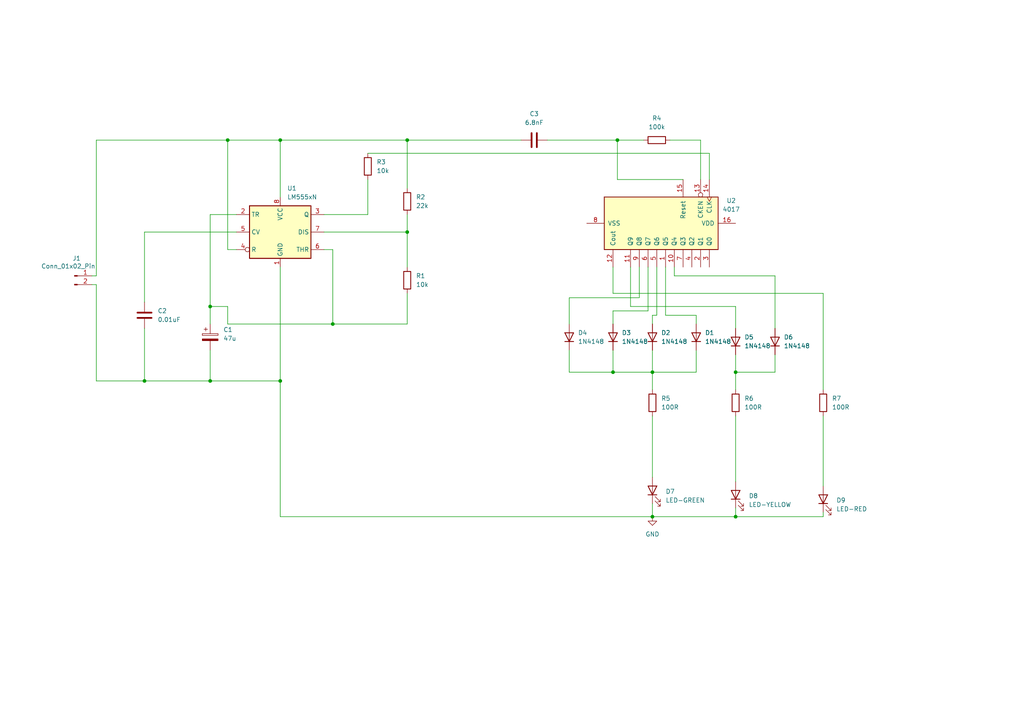
<source format=kicad_sch>
(kicad_sch
	(version 20231120)
	(generator "eeschema")
	(generator_version "8.0")
	(uuid "306c02bd-6704-4a19-8017-513c7800e783")
	(paper "A4")
	(lib_symbols
		(symbol "4xxx:4017"
			(pin_names
				(offset 1.016)
			)
			(exclude_from_sim no)
			(in_bom yes)
			(on_board yes)
			(property "Reference" "U"
				(at -7.62 16.51 0)
				(effects
					(font
						(size 1.27 1.27)
					)
				)
			)
			(property "Value" "4017"
				(at -7.62 -19.05 0)
				(effects
					(font
						(size 1.27 1.27)
					)
				)
			)
			(property "Footprint" ""
				(at 0 0 0)
				(effects
					(font
						(size 1.27 1.27)
					)
					(hide yes)
				)
			)
			(property "Datasheet" "http://www.intersil.com/content/dam/Intersil/documents/cd40/cd4017bms-22bms.pdf"
				(at 0 0 0)
				(effects
					(font
						(size 1.27 1.27)
					)
					(hide yes)
				)
			)
			(property "Description" "Johnson Counter ( 10 outputs )"
				(at 0 0 0)
				(effects
					(font
						(size 1.27 1.27)
					)
					(hide yes)
				)
			)
			(property "ki_locked" ""
				(at 0 0 0)
				(effects
					(font
						(size 1.27 1.27)
					)
				)
			)
			(property "ki_keywords" "CNT CNT10"
				(at 0 0 0)
				(effects
					(font
						(size 1.27 1.27)
					)
					(hide yes)
				)
			)
			(property "ki_fp_filters" "DIP?16*"
				(at 0 0 0)
				(effects
					(font
						(size 1.27 1.27)
					)
					(hide yes)
				)
			)
			(symbol "4017_1_0"
				(pin output line
					(at 12.7 0 180)
					(length 5.08)
					(name "Q5"
						(effects
							(font
								(size 1.27 1.27)
							)
						)
					)
					(number "1"
						(effects
							(font
								(size 1.27 1.27)
							)
						)
					)
				)
				(pin output line
					(at 12.7 2.54 180)
					(length 5.08)
					(name "Q4"
						(effects
							(font
								(size 1.27 1.27)
							)
						)
					)
					(number "10"
						(effects
							(font
								(size 1.27 1.27)
							)
						)
					)
				)
				(pin output line
					(at 12.7 -10.16 180)
					(length 5.08)
					(name "Q9"
						(effects
							(font
								(size 1.27 1.27)
							)
						)
					)
					(number "11"
						(effects
							(font
								(size 1.27 1.27)
							)
						)
					)
				)
				(pin output line
					(at 12.7 -15.24 180)
					(length 5.08)
					(name "Cout"
						(effects
							(font
								(size 1.27 1.27)
							)
						)
					)
					(number "12"
						(effects
							(font
								(size 1.27 1.27)
							)
						)
					)
				)
				(pin input inverted
					(at -12.7 10.16 0)
					(length 5.08)
					(name "CKEN"
						(effects
							(font
								(size 1.27 1.27)
							)
						)
					)
					(number "13"
						(effects
							(font
								(size 1.27 1.27)
							)
						)
					)
				)
				(pin input clock
					(at -12.7 12.7 0)
					(length 5.08)
					(name "CLK"
						(effects
							(font
								(size 1.27 1.27)
							)
						)
					)
					(number "14"
						(effects
							(font
								(size 1.27 1.27)
							)
						)
					)
				)
				(pin input line
					(at -12.7 5.08 0)
					(length 5.08)
					(name "Reset"
						(effects
							(font
								(size 1.27 1.27)
							)
						)
					)
					(number "15"
						(effects
							(font
								(size 1.27 1.27)
							)
						)
					)
				)
				(pin power_in line
					(at 0 20.32 270)
					(length 5.08)
					(name "VDD"
						(effects
							(font
								(size 1.27 1.27)
							)
						)
					)
					(number "16"
						(effects
							(font
								(size 1.27 1.27)
							)
						)
					)
				)
				(pin output line
					(at 12.7 10.16 180)
					(length 5.08)
					(name "Q1"
						(effects
							(font
								(size 1.27 1.27)
							)
						)
					)
					(number "2"
						(effects
							(font
								(size 1.27 1.27)
							)
						)
					)
				)
				(pin output line
					(at 12.7 12.7 180)
					(length 5.08)
					(name "Q0"
						(effects
							(font
								(size 1.27 1.27)
							)
						)
					)
					(number "3"
						(effects
							(font
								(size 1.27 1.27)
							)
						)
					)
				)
				(pin output line
					(at 12.7 7.62 180)
					(length 5.08)
					(name "Q2"
						(effects
							(font
								(size 1.27 1.27)
							)
						)
					)
					(number "4"
						(effects
							(font
								(size 1.27 1.27)
							)
						)
					)
				)
				(pin output line
					(at 12.7 -2.54 180)
					(length 5.08)
					(name "Q6"
						(effects
							(font
								(size 1.27 1.27)
							)
						)
					)
					(number "5"
						(effects
							(font
								(size 1.27 1.27)
							)
						)
					)
				)
				(pin output line
					(at 12.7 -5.08 180)
					(length 5.08)
					(name "Q7"
						(effects
							(font
								(size 1.27 1.27)
							)
						)
					)
					(number "6"
						(effects
							(font
								(size 1.27 1.27)
							)
						)
					)
				)
				(pin output line
					(at 12.7 5.08 180)
					(length 5.08)
					(name "Q3"
						(effects
							(font
								(size 1.27 1.27)
							)
						)
					)
					(number "7"
						(effects
							(font
								(size 1.27 1.27)
							)
						)
					)
				)
				(pin power_in line
					(at 0 -22.86 90)
					(length 5.08)
					(name "VSS"
						(effects
							(font
								(size 1.27 1.27)
							)
						)
					)
					(number "8"
						(effects
							(font
								(size 1.27 1.27)
							)
						)
					)
				)
				(pin output line
					(at 12.7 -7.62 180)
					(length 5.08)
					(name "Q8"
						(effects
							(font
								(size 1.27 1.27)
							)
						)
					)
					(number "9"
						(effects
							(font
								(size 1.27 1.27)
							)
						)
					)
				)
			)
			(symbol "4017_1_1"
				(rectangle
					(start -7.62 15.24)
					(end 7.62 -17.78)
					(stroke
						(width 0.254)
						(type default)
					)
					(fill
						(type background)
					)
				)
			)
		)
		(symbol "Connector:Conn_01x02_Pin"
			(pin_names
				(offset 1.016) hide)
			(exclude_from_sim no)
			(in_bom yes)
			(on_board yes)
			(property "Reference" "J"
				(at 0 2.54 0)
				(effects
					(font
						(size 1.27 1.27)
					)
				)
			)
			(property "Value" "Conn_01x02_Pin"
				(at 0 -5.08 0)
				(effects
					(font
						(size 1.27 1.27)
					)
				)
			)
			(property "Footprint" ""
				(at 0 0 0)
				(effects
					(font
						(size 1.27 1.27)
					)
					(hide yes)
				)
			)
			(property "Datasheet" "~"
				(at 0 0 0)
				(effects
					(font
						(size 1.27 1.27)
					)
					(hide yes)
				)
			)
			(property "Description" "Generic connector, single row, 01x02, script generated"
				(at 0 0 0)
				(effects
					(font
						(size 1.27 1.27)
					)
					(hide yes)
				)
			)
			(property "ki_locked" ""
				(at 0 0 0)
				(effects
					(font
						(size 1.27 1.27)
					)
				)
			)
			(property "ki_keywords" "connector"
				(at 0 0 0)
				(effects
					(font
						(size 1.27 1.27)
					)
					(hide yes)
				)
			)
			(property "ki_fp_filters" "Connector*:*_1x??_*"
				(at 0 0 0)
				(effects
					(font
						(size 1.27 1.27)
					)
					(hide yes)
				)
			)
			(symbol "Conn_01x02_Pin_1_1"
				(polyline
					(pts
						(xy 1.27 -2.54) (xy 0.8636 -2.54)
					)
					(stroke
						(width 0.1524)
						(type default)
					)
					(fill
						(type none)
					)
				)
				(polyline
					(pts
						(xy 1.27 0) (xy 0.8636 0)
					)
					(stroke
						(width 0.1524)
						(type default)
					)
					(fill
						(type none)
					)
				)
				(rectangle
					(start 0.8636 -2.413)
					(end 0 -2.667)
					(stroke
						(width 0.1524)
						(type default)
					)
					(fill
						(type outline)
					)
				)
				(rectangle
					(start 0.8636 0.127)
					(end 0 -0.127)
					(stroke
						(width 0.1524)
						(type default)
					)
					(fill
						(type outline)
					)
				)
				(pin passive line
					(at 5.08 0 180)
					(length 3.81)
					(name "Pin_1"
						(effects
							(font
								(size 1.27 1.27)
							)
						)
					)
					(number "1"
						(effects
							(font
								(size 1.27 1.27)
							)
						)
					)
				)
				(pin passive line
					(at 5.08 -2.54 180)
					(length 3.81)
					(name "Pin_2"
						(effects
							(font
								(size 1.27 1.27)
							)
						)
					)
					(number "2"
						(effects
							(font
								(size 1.27 1.27)
							)
						)
					)
				)
			)
		)
		(symbol "Device:C"
			(pin_numbers hide)
			(pin_names
				(offset 0.254)
			)
			(exclude_from_sim no)
			(in_bom yes)
			(on_board yes)
			(property "Reference" "C"
				(at 0.635 2.54 0)
				(effects
					(font
						(size 1.27 1.27)
					)
					(justify left)
				)
			)
			(property "Value" "C"
				(at 0.635 -2.54 0)
				(effects
					(font
						(size 1.27 1.27)
					)
					(justify left)
				)
			)
			(property "Footprint" ""
				(at 0.9652 -3.81 0)
				(effects
					(font
						(size 1.27 1.27)
					)
					(hide yes)
				)
			)
			(property "Datasheet" "~"
				(at 0 0 0)
				(effects
					(font
						(size 1.27 1.27)
					)
					(hide yes)
				)
			)
			(property "Description" "Unpolarized capacitor"
				(at 0 0 0)
				(effects
					(font
						(size 1.27 1.27)
					)
					(hide yes)
				)
			)
			(property "ki_keywords" "cap capacitor"
				(at 0 0 0)
				(effects
					(font
						(size 1.27 1.27)
					)
					(hide yes)
				)
			)
			(property "ki_fp_filters" "C_*"
				(at 0 0 0)
				(effects
					(font
						(size 1.27 1.27)
					)
					(hide yes)
				)
			)
			(symbol "C_0_1"
				(polyline
					(pts
						(xy -2.032 -0.762) (xy 2.032 -0.762)
					)
					(stroke
						(width 0.508)
						(type default)
					)
					(fill
						(type none)
					)
				)
				(polyline
					(pts
						(xy -2.032 0.762) (xy 2.032 0.762)
					)
					(stroke
						(width 0.508)
						(type default)
					)
					(fill
						(type none)
					)
				)
			)
			(symbol "C_1_1"
				(pin passive line
					(at 0 3.81 270)
					(length 2.794)
					(name "~"
						(effects
							(font
								(size 1.27 1.27)
							)
						)
					)
					(number "1"
						(effects
							(font
								(size 1.27 1.27)
							)
						)
					)
				)
				(pin passive line
					(at 0 -3.81 90)
					(length 2.794)
					(name "~"
						(effects
							(font
								(size 1.27 1.27)
							)
						)
					)
					(number "2"
						(effects
							(font
								(size 1.27 1.27)
							)
						)
					)
				)
			)
		)
		(symbol "Device:C_Polarized"
			(pin_numbers hide)
			(pin_names
				(offset 0.254)
			)
			(exclude_from_sim no)
			(in_bom yes)
			(on_board yes)
			(property "Reference" "C"
				(at 0.635 2.54 0)
				(effects
					(font
						(size 1.27 1.27)
					)
					(justify left)
				)
			)
			(property "Value" "C_Polarized"
				(at 0.635 -2.54 0)
				(effects
					(font
						(size 1.27 1.27)
					)
					(justify left)
				)
			)
			(property "Footprint" ""
				(at 0.9652 -3.81 0)
				(effects
					(font
						(size 1.27 1.27)
					)
					(hide yes)
				)
			)
			(property "Datasheet" "~"
				(at 0 0 0)
				(effects
					(font
						(size 1.27 1.27)
					)
					(hide yes)
				)
			)
			(property "Description" "Polarized capacitor"
				(at 0 0 0)
				(effects
					(font
						(size 1.27 1.27)
					)
					(hide yes)
				)
			)
			(property "ki_keywords" "cap capacitor"
				(at 0 0 0)
				(effects
					(font
						(size 1.27 1.27)
					)
					(hide yes)
				)
			)
			(property "ki_fp_filters" "CP_*"
				(at 0 0 0)
				(effects
					(font
						(size 1.27 1.27)
					)
					(hide yes)
				)
			)
			(symbol "C_Polarized_0_1"
				(rectangle
					(start -2.286 0.508)
					(end 2.286 1.016)
					(stroke
						(width 0)
						(type default)
					)
					(fill
						(type none)
					)
				)
				(polyline
					(pts
						(xy -1.778 2.286) (xy -0.762 2.286)
					)
					(stroke
						(width 0)
						(type default)
					)
					(fill
						(type none)
					)
				)
				(polyline
					(pts
						(xy -1.27 2.794) (xy -1.27 1.778)
					)
					(stroke
						(width 0)
						(type default)
					)
					(fill
						(type none)
					)
				)
				(rectangle
					(start 2.286 -0.508)
					(end -2.286 -1.016)
					(stroke
						(width 0)
						(type default)
					)
					(fill
						(type outline)
					)
				)
			)
			(symbol "C_Polarized_1_1"
				(pin passive line
					(at 0 3.81 270)
					(length 2.794)
					(name "~"
						(effects
							(font
								(size 1.27 1.27)
							)
						)
					)
					(number "1"
						(effects
							(font
								(size 1.27 1.27)
							)
						)
					)
				)
				(pin passive line
					(at 0 -3.81 90)
					(length 2.794)
					(name "~"
						(effects
							(font
								(size 1.27 1.27)
							)
						)
					)
					(number "2"
						(effects
							(font
								(size 1.27 1.27)
							)
						)
					)
				)
			)
		)
		(symbol "Device:LED"
			(pin_numbers hide)
			(pin_names
				(offset 1.016) hide)
			(exclude_from_sim no)
			(in_bom yes)
			(on_board yes)
			(property "Reference" "D"
				(at 0 2.54 0)
				(effects
					(font
						(size 1.27 1.27)
					)
				)
			)
			(property "Value" "LED"
				(at 0 -2.54 0)
				(effects
					(font
						(size 1.27 1.27)
					)
				)
			)
			(property "Footprint" ""
				(at 0 0 0)
				(effects
					(font
						(size 1.27 1.27)
					)
					(hide yes)
				)
			)
			(property "Datasheet" "~"
				(at 0 0 0)
				(effects
					(font
						(size 1.27 1.27)
					)
					(hide yes)
				)
			)
			(property "Description" "Light emitting diode"
				(at 0 0 0)
				(effects
					(font
						(size 1.27 1.27)
					)
					(hide yes)
				)
			)
			(property "ki_keywords" "LED diode"
				(at 0 0 0)
				(effects
					(font
						(size 1.27 1.27)
					)
					(hide yes)
				)
			)
			(property "ki_fp_filters" "LED* LED_SMD:* LED_THT:*"
				(at 0 0 0)
				(effects
					(font
						(size 1.27 1.27)
					)
					(hide yes)
				)
			)
			(symbol "LED_0_1"
				(polyline
					(pts
						(xy -1.27 -1.27) (xy -1.27 1.27)
					)
					(stroke
						(width 0.254)
						(type default)
					)
					(fill
						(type none)
					)
				)
				(polyline
					(pts
						(xy -1.27 0) (xy 1.27 0)
					)
					(stroke
						(width 0)
						(type default)
					)
					(fill
						(type none)
					)
				)
				(polyline
					(pts
						(xy 1.27 -1.27) (xy 1.27 1.27) (xy -1.27 0) (xy 1.27 -1.27)
					)
					(stroke
						(width 0.254)
						(type default)
					)
					(fill
						(type none)
					)
				)
				(polyline
					(pts
						(xy -3.048 -0.762) (xy -4.572 -2.286) (xy -3.81 -2.286) (xy -4.572 -2.286) (xy -4.572 -1.524)
					)
					(stroke
						(width 0)
						(type default)
					)
					(fill
						(type none)
					)
				)
				(polyline
					(pts
						(xy -1.778 -0.762) (xy -3.302 -2.286) (xy -2.54 -2.286) (xy -3.302 -2.286) (xy -3.302 -1.524)
					)
					(stroke
						(width 0)
						(type default)
					)
					(fill
						(type none)
					)
				)
			)
			(symbol "LED_1_1"
				(pin passive line
					(at -3.81 0 0)
					(length 2.54)
					(name "K"
						(effects
							(font
								(size 1.27 1.27)
							)
						)
					)
					(number "1"
						(effects
							(font
								(size 1.27 1.27)
							)
						)
					)
				)
				(pin passive line
					(at 3.81 0 180)
					(length 2.54)
					(name "A"
						(effects
							(font
								(size 1.27 1.27)
							)
						)
					)
					(number "2"
						(effects
							(font
								(size 1.27 1.27)
							)
						)
					)
				)
			)
		)
		(symbol "Device:R"
			(pin_numbers hide)
			(pin_names
				(offset 0)
			)
			(exclude_from_sim no)
			(in_bom yes)
			(on_board yes)
			(property "Reference" "R"
				(at 2.032 0 90)
				(effects
					(font
						(size 1.27 1.27)
					)
				)
			)
			(property "Value" "R"
				(at 0 0 90)
				(effects
					(font
						(size 1.27 1.27)
					)
				)
			)
			(property "Footprint" ""
				(at -1.778 0 90)
				(effects
					(font
						(size 1.27 1.27)
					)
					(hide yes)
				)
			)
			(property "Datasheet" "~"
				(at 0 0 0)
				(effects
					(font
						(size 1.27 1.27)
					)
					(hide yes)
				)
			)
			(property "Description" "Resistor"
				(at 0 0 0)
				(effects
					(font
						(size 1.27 1.27)
					)
					(hide yes)
				)
			)
			(property "ki_keywords" "R res resistor"
				(at 0 0 0)
				(effects
					(font
						(size 1.27 1.27)
					)
					(hide yes)
				)
			)
			(property "ki_fp_filters" "R_*"
				(at 0 0 0)
				(effects
					(font
						(size 1.27 1.27)
					)
					(hide yes)
				)
			)
			(symbol "R_0_1"
				(rectangle
					(start -1.016 -2.54)
					(end 1.016 2.54)
					(stroke
						(width 0.254)
						(type default)
					)
					(fill
						(type none)
					)
				)
			)
			(symbol "R_1_1"
				(pin passive line
					(at 0 3.81 270)
					(length 1.27)
					(name "~"
						(effects
							(font
								(size 1.27 1.27)
							)
						)
					)
					(number "1"
						(effects
							(font
								(size 1.27 1.27)
							)
						)
					)
				)
				(pin passive line
					(at 0 -3.81 90)
					(length 1.27)
					(name "~"
						(effects
							(font
								(size 1.27 1.27)
							)
						)
					)
					(number "2"
						(effects
							(font
								(size 1.27 1.27)
							)
						)
					)
				)
			)
		)
		(symbol "Diode:1N4148"
			(pin_numbers hide)
			(pin_names hide)
			(exclude_from_sim no)
			(in_bom yes)
			(on_board yes)
			(property "Reference" "D"
				(at 0 2.54 0)
				(effects
					(font
						(size 1.27 1.27)
					)
				)
			)
			(property "Value" "1N4148"
				(at 0 -2.54 0)
				(effects
					(font
						(size 1.27 1.27)
					)
				)
			)
			(property "Footprint" "Diode_THT:D_DO-35_SOD27_P7.62mm_Horizontal"
				(at 0 0 0)
				(effects
					(font
						(size 1.27 1.27)
					)
					(hide yes)
				)
			)
			(property "Datasheet" "https://assets.nexperia.com/documents/data-sheet/1N4148_1N4448.pdf"
				(at 0 0 0)
				(effects
					(font
						(size 1.27 1.27)
					)
					(hide yes)
				)
			)
			(property "Description" "100V 0.15A standard switching diode, DO-35"
				(at 0 0 0)
				(effects
					(font
						(size 1.27 1.27)
					)
					(hide yes)
				)
			)
			(property "ki_keywords" "diode"
				(at 0 0 0)
				(effects
					(font
						(size 1.27 1.27)
					)
					(hide yes)
				)
			)
			(property "ki_fp_filters" "D*DO?35*"
				(at 0 0 0)
				(effects
					(font
						(size 1.27 1.27)
					)
					(hide yes)
				)
			)
			(symbol "1N4148_0_1"
				(polyline
					(pts
						(xy -1.27 1.27) (xy -1.27 -1.27)
					)
					(stroke
						(width 0.254)
						(type default)
					)
					(fill
						(type none)
					)
				)
				(polyline
					(pts
						(xy 1.27 0) (xy -1.27 0)
					)
					(stroke
						(width 0)
						(type default)
					)
					(fill
						(type none)
					)
				)
				(polyline
					(pts
						(xy 1.27 1.27) (xy 1.27 -1.27) (xy -1.27 0) (xy 1.27 1.27)
					)
					(stroke
						(width 0.254)
						(type default)
					)
					(fill
						(type none)
					)
				)
			)
			(symbol "1N4148_1_1"
				(pin passive line
					(at -3.81 0 0)
					(length 2.54)
					(name "K"
						(effects
							(font
								(size 1.27 1.27)
							)
						)
					)
					(number "1"
						(effects
							(font
								(size 1.27 1.27)
							)
						)
					)
				)
				(pin passive line
					(at 3.81 0 180)
					(length 2.54)
					(name "A"
						(effects
							(font
								(size 1.27 1.27)
							)
						)
					)
					(number "2"
						(effects
							(font
								(size 1.27 1.27)
							)
						)
					)
				)
			)
		)
		(symbol "Timer:LM555xN"
			(exclude_from_sim no)
			(in_bom yes)
			(on_board yes)
			(property "Reference" "U"
				(at -10.16 8.89 0)
				(effects
					(font
						(size 1.27 1.27)
					)
					(justify left)
				)
			)
			(property "Value" "LM555xN"
				(at 2.54 8.89 0)
				(effects
					(font
						(size 1.27 1.27)
					)
					(justify left)
				)
			)
			(property "Footprint" "Package_DIP:DIP-8_W7.62mm"
				(at 16.51 -10.16 0)
				(effects
					(font
						(size 1.27 1.27)
					)
					(hide yes)
				)
			)
			(property "Datasheet" "http://www.ti.com/lit/ds/symlink/lm555.pdf"
				(at 21.59 -10.16 0)
				(effects
					(font
						(size 1.27 1.27)
					)
					(hide yes)
				)
			)
			(property "Description" "Timer, 555 compatible, PDIP-8"
				(at 0 0 0)
				(effects
					(font
						(size 1.27 1.27)
					)
					(hide yes)
				)
			)
			(property "ki_keywords" "single timer 555"
				(at 0 0 0)
				(effects
					(font
						(size 1.27 1.27)
					)
					(hide yes)
				)
			)
			(property "ki_fp_filters" "DIP*W7.62mm*"
				(at 0 0 0)
				(effects
					(font
						(size 1.27 1.27)
					)
					(hide yes)
				)
			)
			(symbol "LM555xN_0_0"
				(pin power_in line
					(at 0 -10.16 90)
					(length 2.54)
					(name "GND"
						(effects
							(font
								(size 1.27 1.27)
							)
						)
					)
					(number "1"
						(effects
							(font
								(size 1.27 1.27)
							)
						)
					)
				)
				(pin power_in line
					(at 0 10.16 270)
					(length 2.54)
					(name "VCC"
						(effects
							(font
								(size 1.27 1.27)
							)
						)
					)
					(number "8"
						(effects
							(font
								(size 1.27 1.27)
							)
						)
					)
				)
			)
			(symbol "LM555xN_0_1"
				(rectangle
					(start -8.89 -7.62)
					(end 8.89 7.62)
					(stroke
						(width 0.254)
						(type default)
					)
					(fill
						(type background)
					)
				)
				(rectangle
					(start -8.89 -7.62)
					(end 8.89 7.62)
					(stroke
						(width 0.254)
						(type default)
					)
					(fill
						(type background)
					)
				)
			)
			(symbol "LM555xN_1_1"
				(pin input line
					(at -12.7 5.08 0)
					(length 3.81)
					(name "TR"
						(effects
							(font
								(size 1.27 1.27)
							)
						)
					)
					(number "2"
						(effects
							(font
								(size 1.27 1.27)
							)
						)
					)
				)
				(pin output line
					(at 12.7 5.08 180)
					(length 3.81)
					(name "Q"
						(effects
							(font
								(size 1.27 1.27)
							)
						)
					)
					(number "3"
						(effects
							(font
								(size 1.27 1.27)
							)
						)
					)
				)
				(pin input inverted
					(at -12.7 -5.08 0)
					(length 3.81)
					(name "R"
						(effects
							(font
								(size 1.27 1.27)
							)
						)
					)
					(number "4"
						(effects
							(font
								(size 1.27 1.27)
							)
						)
					)
				)
				(pin input line
					(at -12.7 0 0)
					(length 3.81)
					(name "CV"
						(effects
							(font
								(size 1.27 1.27)
							)
						)
					)
					(number "5"
						(effects
							(font
								(size 1.27 1.27)
							)
						)
					)
				)
				(pin input line
					(at 12.7 -5.08 180)
					(length 3.81)
					(name "THR"
						(effects
							(font
								(size 1.27 1.27)
							)
						)
					)
					(number "6"
						(effects
							(font
								(size 1.27 1.27)
							)
						)
					)
				)
				(pin input line
					(at 12.7 0 180)
					(length 3.81)
					(name "DIS"
						(effects
							(font
								(size 1.27 1.27)
							)
						)
					)
					(number "7"
						(effects
							(font
								(size 1.27 1.27)
							)
						)
					)
				)
			)
		)
		(symbol "power:GND"
			(power)
			(pin_numbers hide)
			(pin_names
				(offset 0) hide)
			(exclude_from_sim no)
			(in_bom yes)
			(on_board yes)
			(property "Reference" "#PWR"
				(at 0 -6.35 0)
				(effects
					(font
						(size 1.27 1.27)
					)
					(hide yes)
				)
			)
			(property "Value" "GND"
				(at 0 -3.81 0)
				(effects
					(font
						(size 1.27 1.27)
					)
				)
			)
			(property "Footprint" ""
				(at 0 0 0)
				(effects
					(font
						(size 1.27 1.27)
					)
					(hide yes)
				)
			)
			(property "Datasheet" ""
				(at 0 0 0)
				(effects
					(font
						(size 1.27 1.27)
					)
					(hide yes)
				)
			)
			(property "Description" "Power symbol creates a global label with name \"GND\" , ground"
				(at 0 0 0)
				(effects
					(font
						(size 1.27 1.27)
					)
					(hide yes)
				)
			)
			(property "ki_keywords" "global power"
				(at 0 0 0)
				(effects
					(font
						(size 1.27 1.27)
					)
					(hide yes)
				)
			)
			(symbol "GND_0_1"
				(polyline
					(pts
						(xy 0 0) (xy 0 -1.27) (xy 1.27 -1.27) (xy 0 -2.54) (xy -1.27 -1.27) (xy 0 -1.27)
					)
					(stroke
						(width 0)
						(type default)
					)
					(fill
						(type none)
					)
				)
			)
			(symbol "GND_1_1"
				(pin power_in line
					(at 0 0 270)
					(length 0)
					(name "~"
						(effects
							(font
								(size 1.27 1.27)
							)
						)
					)
					(number "1"
						(effects
							(font
								(size 1.27 1.27)
							)
						)
					)
				)
			)
		)
	)
	(junction
		(at 41.91 110.49)
		(diameter 0)
		(color 0 0 0 0)
		(uuid "0b710e7b-9c3a-4d42-b25b-c62c4a805b2e")
	)
	(junction
		(at 213.36 107.95)
		(diameter 0)
		(color 0 0 0 0)
		(uuid "2976e01f-8653-4a98-af34-6fd82ac2bbdb")
	)
	(junction
		(at 96.52 93.98)
		(diameter 0)
		(color 0 0 0 0)
		(uuid "2dbc6254-17f9-4c78-8304-1c0858a1dfd1")
	)
	(junction
		(at 189.23 149.86)
		(diameter 0)
		(color 0 0 0 0)
		(uuid "2fcde974-4291-4023-af8e-2d404de2ef35")
	)
	(junction
		(at 177.8 107.95)
		(diameter 0)
		(color 0 0 0 0)
		(uuid "59eb2267-e0c8-4a21-b3ad-503733a028a7")
	)
	(junction
		(at 60.96 110.49)
		(diameter 0)
		(color 0 0 0 0)
		(uuid "66490172-02e2-444c-b4cd-b2e7c554a922")
	)
	(junction
		(at 189.23 107.95)
		(diameter 0)
		(color 0 0 0 0)
		(uuid "6c6c6dc2-1589-409e-a8a8-8da961f72192")
	)
	(junction
		(at 118.11 40.64)
		(diameter 0)
		(color 0 0 0 0)
		(uuid "7b4cc4b3-b47b-4108-8007-11e824d22393")
	)
	(junction
		(at 213.36 149.86)
		(diameter 0)
		(color 0 0 0 0)
		(uuid "7bad7463-9cc0-451f-937a-5134c3ff77f2")
	)
	(junction
		(at 118.11 67.31)
		(diameter 0)
		(color 0 0 0 0)
		(uuid "8f18979e-3e00-41d8-b759-3b2a33ab30df")
	)
	(junction
		(at 81.28 110.49)
		(diameter 0)
		(color 0 0 0 0)
		(uuid "95460c54-d80b-433c-bc63-d65adc87c643")
	)
	(junction
		(at 66.04 40.64)
		(diameter 0)
		(color 0 0 0 0)
		(uuid "b9852748-47c1-4099-b2eb-41f189cf2683")
	)
	(junction
		(at 60.96 88.9)
		(diameter 0)
		(color 0 0 0 0)
		(uuid "bc304ed3-01ab-4e58-806b-a435fab4d994")
	)
	(junction
		(at 81.28 40.64)
		(diameter 0)
		(color 0 0 0 0)
		(uuid "eeb29d15-17c5-4783-8f6c-7c74bb0f7223")
	)
	(junction
		(at 179.07 40.64)
		(diameter 0)
		(color 0 0 0 0)
		(uuid "f9c77a04-3264-4912-a224-d84a78db6bc5")
	)
	(wire
		(pts
			(xy 177.8 107.95) (xy 189.23 107.95)
		)
		(stroke
			(width 0)
			(type default)
		)
		(uuid "02767b8a-a1a7-4cb1-ae66-caff31bc9360")
	)
	(wire
		(pts
			(xy 238.76 148.59) (xy 238.76 149.86)
		)
		(stroke
			(width 0)
			(type default)
		)
		(uuid "10aa858f-1fe8-4e3e-b827-7746452d9dae")
	)
	(wire
		(pts
			(xy 190.5 77.47) (xy 190.5 91.44)
		)
		(stroke
			(width 0)
			(type default)
		)
		(uuid "11c208ba-4e56-4910-80e0-d82a77642023")
	)
	(wire
		(pts
			(xy 60.96 110.49) (xy 81.28 110.49)
		)
		(stroke
			(width 0)
			(type default)
		)
		(uuid "155ae21c-fd5e-46ac-aadd-b2515c9e658b")
	)
	(wire
		(pts
			(xy 60.96 88.9) (xy 60.96 93.98)
		)
		(stroke
			(width 0)
			(type default)
		)
		(uuid "167c862f-142f-40cd-9229-7b7b4ce7f91f")
	)
	(wire
		(pts
			(xy 224.79 80.01) (xy 224.79 95.25)
		)
		(stroke
			(width 0)
			(type default)
		)
		(uuid "18320222-030f-4019-9d1f-5b4e78baeb72")
	)
	(wire
		(pts
			(xy 238.76 149.86) (xy 213.36 149.86)
		)
		(stroke
			(width 0)
			(type default)
		)
		(uuid "189a36a0-5d16-46a4-821d-b2a03666b5f6")
	)
	(wire
		(pts
			(xy 81.28 77.47) (xy 81.28 110.49)
		)
		(stroke
			(width 0)
			(type default)
		)
		(uuid "1adf8049-479a-40fc-ad14-6f86c384b282")
	)
	(wire
		(pts
			(xy 189.23 146.05) (xy 189.23 149.86)
		)
		(stroke
			(width 0)
			(type default)
		)
		(uuid "1bf06653-24b3-4064-9438-eec82f940149")
	)
	(wire
		(pts
			(xy 187.96 90.17) (xy 177.8 90.17)
		)
		(stroke
			(width 0)
			(type default)
		)
		(uuid "1e095e25-0844-4f88-96a7-5b6948bda587")
	)
	(wire
		(pts
			(xy 201.93 91.44) (xy 201.93 93.98)
		)
		(stroke
			(width 0)
			(type default)
		)
		(uuid "23151d80-139f-4dc4-8a8a-b82768a63d1d")
	)
	(wire
		(pts
			(xy 224.79 107.95) (xy 213.36 107.95)
		)
		(stroke
			(width 0)
			(type default)
		)
		(uuid "238c19b2-35ab-4fbb-8311-fce46b8f33eb")
	)
	(wire
		(pts
			(xy 118.11 85.09) (xy 118.11 93.98)
		)
		(stroke
			(width 0)
			(type default)
		)
		(uuid "252fe73e-24bb-48ca-943f-df554e0f62bb")
	)
	(wire
		(pts
			(xy 195.58 80.01) (xy 224.79 80.01)
		)
		(stroke
			(width 0)
			(type default)
		)
		(uuid "26e9cc66-c4f2-4157-a4f1-47a3cff803e5")
	)
	(wire
		(pts
			(xy 179.07 40.64) (xy 186.69 40.64)
		)
		(stroke
			(width 0)
			(type default)
		)
		(uuid "2f97be55-279e-43a8-9855-8e3d75469056")
	)
	(wire
		(pts
			(xy 205.74 44.45) (xy 205.74 52.07)
		)
		(stroke
			(width 0)
			(type default)
		)
		(uuid "33b7891e-17a1-4d90-8738-ec6267462b6c")
	)
	(wire
		(pts
			(xy 194.31 40.64) (xy 203.2 40.64)
		)
		(stroke
			(width 0)
			(type default)
		)
		(uuid "33bae7da-b2ad-465e-a158-73d86693ac42")
	)
	(wire
		(pts
			(xy 165.1 86.36) (xy 165.1 93.98)
		)
		(stroke
			(width 0)
			(type default)
		)
		(uuid "358309c4-9ad4-47c3-9d97-e33c2ca21528")
	)
	(wire
		(pts
			(xy 165.1 107.95) (xy 177.8 107.95)
		)
		(stroke
			(width 0)
			(type default)
		)
		(uuid "37480e55-c448-4387-b637-2735f898b18d")
	)
	(wire
		(pts
			(xy 189.23 120.65) (xy 189.23 138.43)
		)
		(stroke
			(width 0)
			(type default)
		)
		(uuid "400e2466-2c76-404a-b7ec-470bed4b6074")
	)
	(wire
		(pts
			(xy 41.91 67.31) (xy 41.91 87.63)
		)
		(stroke
			(width 0)
			(type default)
		)
		(uuid "40df7d03-f112-48c9-9155-e50864b552f5")
	)
	(wire
		(pts
			(xy 68.58 62.23) (xy 60.96 62.23)
		)
		(stroke
			(width 0)
			(type default)
		)
		(uuid "443a83cc-e0a0-4f14-b4fd-9952981f37c4")
	)
	(wire
		(pts
			(xy 187.96 77.47) (xy 187.96 90.17)
		)
		(stroke
			(width 0)
			(type default)
		)
		(uuid "455e725d-6092-4f8c-8768-1195db19ad07")
	)
	(wire
		(pts
			(xy 193.04 91.44) (xy 201.93 91.44)
		)
		(stroke
			(width 0)
			(type default)
		)
		(uuid "490b5501-7e83-498b-bda7-92809bb69d41")
	)
	(wire
		(pts
			(xy 41.91 95.25) (xy 41.91 110.49)
		)
		(stroke
			(width 0)
			(type default)
		)
		(uuid "4a71c83b-71a2-4101-bae7-3c3adadef515")
	)
	(wire
		(pts
			(xy 118.11 93.98) (xy 96.52 93.98)
		)
		(stroke
			(width 0)
			(type default)
		)
		(uuid "4aa0cde3-b612-4f46-a249-4182a7af8d7f")
	)
	(wire
		(pts
			(xy 224.79 102.87) (xy 224.79 107.95)
		)
		(stroke
			(width 0)
			(type default)
		)
		(uuid "4dd74858-e47d-4db5-bdde-1291d91a6acf")
	)
	(wire
		(pts
			(xy 118.11 67.31) (xy 118.11 77.47)
		)
		(stroke
			(width 0)
			(type default)
		)
		(uuid "4e03ccd9-f79a-475a-9cdf-7f2792798c17")
	)
	(wire
		(pts
			(xy 201.93 107.95) (xy 189.23 107.95)
		)
		(stroke
			(width 0)
			(type default)
		)
		(uuid "5006075e-bbd1-46fe-8b3b-043fc532f6fe")
	)
	(wire
		(pts
			(xy 66.04 40.64) (xy 81.28 40.64)
		)
		(stroke
			(width 0)
			(type default)
		)
		(uuid "5197af7a-607e-4edb-a497-ce96741c60de")
	)
	(wire
		(pts
			(xy 177.8 101.6) (xy 177.8 107.95)
		)
		(stroke
			(width 0)
			(type default)
		)
		(uuid "51d6e3ea-ab4c-460f-82bb-f67dc161ffc0")
	)
	(wire
		(pts
			(xy 27.94 82.55) (xy 27.94 110.49)
		)
		(stroke
			(width 0)
			(type default)
		)
		(uuid "5337fedb-f4e1-4afb-a995-12a95ec49b8c")
	)
	(wire
		(pts
			(xy 182.88 88.9) (xy 213.36 88.9)
		)
		(stroke
			(width 0)
			(type default)
		)
		(uuid "58817797-e27c-42a2-9617-867a66cba91c")
	)
	(wire
		(pts
			(xy 213.36 147.32) (xy 213.36 149.86)
		)
		(stroke
			(width 0)
			(type default)
		)
		(uuid "5d3acf30-2428-4c58-8a97-a6f14c391a91")
	)
	(wire
		(pts
			(xy 151.13 40.64) (xy 118.11 40.64)
		)
		(stroke
			(width 0)
			(type default)
		)
		(uuid "5fada8c1-4a9c-43ab-b5a8-e71099b01903")
	)
	(wire
		(pts
			(xy 182.88 77.47) (xy 182.88 88.9)
		)
		(stroke
			(width 0)
			(type default)
		)
		(uuid "5fb9c3d5-4aef-4f6f-91eb-c2e4357896f3")
	)
	(wire
		(pts
			(xy 60.96 101.6) (xy 60.96 110.49)
		)
		(stroke
			(width 0)
			(type default)
		)
		(uuid "62359c31-ffd5-4147-a929-e8edd47c6b52")
	)
	(wire
		(pts
			(xy 27.94 110.49) (xy 41.91 110.49)
		)
		(stroke
			(width 0)
			(type default)
		)
		(uuid "6c67d79b-9b1c-4b9f-a09d-7c3e081c5c5b")
	)
	(wire
		(pts
			(xy 193.04 77.47) (xy 193.04 91.44)
		)
		(stroke
			(width 0)
			(type default)
		)
		(uuid "6fef9ec0-44f1-4a6f-aa7f-54b839c20090")
	)
	(wire
		(pts
			(xy 118.11 40.64) (xy 81.28 40.64)
		)
		(stroke
			(width 0)
			(type default)
		)
		(uuid "7046b131-e775-43c5-9aeb-640c18c4937c")
	)
	(wire
		(pts
			(xy 195.58 77.47) (xy 195.58 80.01)
		)
		(stroke
			(width 0)
			(type default)
		)
		(uuid "71145ef6-7ceb-4c16-99a8-0cdff09e65ac")
	)
	(wire
		(pts
			(xy 66.04 88.9) (xy 60.96 88.9)
		)
		(stroke
			(width 0)
			(type default)
		)
		(uuid "71fe3ef9-e67c-4a25-8406-c05d27cb989b")
	)
	(wire
		(pts
			(xy 118.11 62.23) (xy 118.11 67.31)
		)
		(stroke
			(width 0)
			(type default)
		)
		(uuid "79bb4c36-9e62-4b38-a03b-56d46cbe1c99")
	)
	(wire
		(pts
			(xy 190.5 91.44) (xy 189.23 91.44)
		)
		(stroke
			(width 0)
			(type default)
		)
		(uuid "7ac14686-8dde-4c8b-99e6-68c069270153")
	)
	(wire
		(pts
			(xy 198.12 52.07) (xy 179.07 52.07)
		)
		(stroke
			(width 0)
			(type default)
		)
		(uuid "7d45c9ea-5df4-4ecd-913f-89452dbfa0be")
	)
	(wire
		(pts
			(xy 93.98 72.39) (xy 96.52 72.39)
		)
		(stroke
			(width 0)
			(type default)
		)
		(uuid "7d7a8576-067b-4810-b1c9-3645a7310b56")
	)
	(wire
		(pts
			(xy 177.8 77.47) (xy 177.8 85.09)
		)
		(stroke
			(width 0)
			(type default)
		)
		(uuid "8128746e-3077-4215-b5c4-8d5e1754bc41")
	)
	(wire
		(pts
			(xy 201.93 101.6) (xy 201.93 107.95)
		)
		(stroke
			(width 0)
			(type default)
		)
		(uuid "91dacf7a-5860-4a70-87e5-4c50ccaa41e8")
	)
	(wire
		(pts
			(xy 213.36 102.87) (xy 213.36 107.95)
		)
		(stroke
			(width 0)
			(type default)
		)
		(uuid "9225c3c3-c1b7-4f7c-988b-321a8dca4c00")
	)
	(wire
		(pts
			(xy 158.75 40.64) (xy 179.07 40.64)
		)
		(stroke
			(width 0)
			(type default)
		)
		(uuid "93e9b40f-1bd2-4f86-8b7c-8c365e0c9129")
	)
	(wire
		(pts
			(xy 213.36 149.86) (xy 189.23 149.86)
		)
		(stroke
			(width 0)
			(type default)
		)
		(uuid "94000bcc-0b19-4c52-82ac-d7c27457d70c")
	)
	(wire
		(pts
			(xy 68.58 72.39) (xy 66.04 72.39)
		)
		(stroke
			(width 0)
			(type default)
		)
		(uuid "9a4f9f32-21b9-4a08-8532-087ba11152cc")
	)
	(wire
		(pts
			(xy 106.68 62.23) (xy 106.68 52.07)
		)
		(stroke
			(width 0)
			(type default)
		)
		(uuid "9ea54313-d423-47cb-8ce6-dc7c3fe91cd9")
	)
	(wire
		(pts
			(xy 27.94 82.55) (xy 26.67 82.55)
		)
		(stroke
			(width 0)
			(type default)
		)
		(uuid "9f14847f-9d83-452c-8707-63f8ad4384a8")
	)
	(wire
		(pts
			(xy 238.76 85.09) (xy 238.76 113.03)
		)
		(stroke
			(width 0)
			(type default)
		)
		(uuid "a20b61eb-96cc-475b-934c-d57bca72925a")
	)
	(wire
		(pts
			(xy 189.23 101.6) (xy 189.23 107.95)
		)
		(stroke
			(width 0)
			(type default)
		)
		(uuid "a36e01d0-f34c-46ff-8ce6-a299b2619220")
	)
	(wire
		(pts
			(xy 189.23 107.95) (xy 189.23 113.03)
		)
		(stroke
			(width 0)
			(type default)
		)
		(uuid "a5740b1f-ee09-4747-bf7f-10159d53d9ab")
	)
	(wire
		(pts
			(xy 185.42 86.36) (xy 165.1 86.36)
		)
		(stroke
			(width 0)
			(type default)
		)
		(uuid "abb29767-eff9-4cf7-ac05-cc9916b540fe")
	)
	(wire
		(pts
			(xy 41.91 110.49) (xy 60.96 110.49)
		)
		(stroke
			(width 0)
			(type default)
		)
		(uuid "aeb7ba5d-f363-4201-9efb-ce937b3de4c3")
	)
	(wire
		(pts
			(xy 179.07 52.07) (xy 179.07 40.64)
		)
		(stroke
			(width 0)
			(type default)
		)
		(uuid "b4d5ad87-ef6d-49a0-97f5-08aea73a2366")
	)
	(wire
		(pts
			(xy 66.04 72.39) (xy 66.04 40.64)
		)
		(stroke
			(width 0)
			(type default)
		)
		(uuid "b630c8b6-2f52-401d-b126-c8b36e2617bf")
	)
	(wire
		(pts
			(xy 93.98 62.23) (xy 106.68 62.23)
		)
		(stroke
			(width 0)
			(type default)
		)
		(uuid "b89ca8fd-cb25-41cb-a0fe-32a1ca81eadf")
	)
	(wire
		(pts
			(xy 60.96 62.23) (xy 60.96 88.9)
		)
		(stroke
			(width 0)
			(type default)
		)
		(uuid "bba81e5b-9be6-4fc3-beb1-bef70e402982")
	)
	(wire
		(pts
			(xy 27.94 40.64) (xy 66.04 40.64)
		)
		(stroke
			(width 0)
			(type default)
		)
		(uuid "bd476fb8-b6f8-430f-8c36-909daeb88898")
	)
	(wire
		(pts
			(xy 189.23 91.44) (xy 189.23 93.98)
		)
		(stroke
			(width 0)
			(type default)
		)
		(uuid "c1bcb661-7529-479e-a89f-dac8c74f96b1")
	)
	(wire
		(pts
			(xy 81.28 149.86) (xy 81.28 110.49)
		)
		(stroke
			(width 0)
			(type default)
		)
		(uuid "c2e49832-881a-4c20-b094-f01714c40058")
	)
	(wire
		(pts
			(xy 238.76 120.65) (xy 238.76 140.97)
		)
		(stroke
			(width 0)
			(type default)
		)
		(uuid "c4ab2e2c-1d12-4183-af02-bacf5c522510")
	)
	(wire
		(pts
			(xy 27.94 80.01) (xy 26.67 80.01)
		)
		(stroke
			(width 0)
			(type default)
		)
		(uuid "c61780c3-9f13-47f7-8e7a-f5abb194c46e")
	)
	(wire
		(pts
			(xy 93.98 67.31) (xy 118.11 67.31)
		)
		(stroke
			(width 0)
			(type default)
		)
		(uuid "c706e8d1-4968-4aef-8641-96d5be2f458f")
	)
	(wire
		(pts
			(xy 213.36 107.95) (xy 213.36 113.03)
		)
		(stroke
			(width 0)
			(type default)
		)
		(uuid "cbb023c9-5fc9-4dfb-9e8a-eacbed7d9ac5")
	)
	(wire
		(pts
			(xy 118.11 40.64) (xy 118.11 54.61)
		)
		(stroke
			(width 0)
			(type default)
		)
		(uuid "ce420fb6-6725-447b-bb9a-07a429ba3330")
	)
	(wire
		(pts
			(xy 213.36 88.9) (xy 213.36 95.25)
		)
		(stroke
			(width 0)
			(type default)
		)
		(uuid "d4cf3a48-39c2-46c4-aac2-b398fcb5163d")
	)
	(wire
		(pts
			(xy 177.8 85.09) (xy 238.76 85.09)
		)
		(stroke
			(width 0)
			(type default)
		)
		(uuid "d87a995f-2659-47ba-9f59-c4bd52c11af7")
	)
	(wire
		(pts
			(xy 165.1 101.6) (xy 165.1 107.95)
		)
		(stroke
			(width 0)
			(type default)
		)
		(uuid "d943a6e5-9d30-48bd-8283-fd15a37434b8")
	)
	(wire
		(pts
			(xy 177.8 90.17) (xy 177.8 93.98)
		)
		(stroke
			(width 0)
			(type default)
		)
		(uuid "d95cb9a1-967a-4f11-93fc-79f152ce6eb5")
	)
	(wire
		(pts
			(xy 27.94 40.64) (xy 27.94 80.01)
		)
		(stroke
			(width 0)
			(type default)
		)
		(uuid "dbeb3b2b-b096-4c2a-bce2-7708e5e136cd")
	)
	(wire
		(pts
			(xy 96.52 72.39) (xy 96.52 93.98)
		)
		(stroke
			(width 0)
			(type default)
		)
		(uuid "e36657cb-11b1-4a05-a6b9-3a1d686b375b")
	)
	(wire
		(pts
			(xy 189.23 149.86) (xy 81.28 149.86)
		)
		(stroke
			(width 0)
			(type default)
		)
		(uuid "e5c096c8-922c-4f53-9cd2-53ba900827d0")
	)
	(wire
		(pts
			(xy 68.58 67.31) (xy 41.91 67.31)
		)
		(stroke
			(width 0)
			(type default)
		)
		(uuid "e92c21d5-9436-40b0-8581-61c410f9cfac")
	)
	(wire
		(pts
			(xy 213.36 120.65) (xy 213.36 139.7)
		)
		(stroke
			(width 0)
			(type default)
		)
		(uuid "eb9a7b83-6a31-4b88-af3e-759e39f596a6")
	)
	(wire
		(pts
			(xy 185.42 77.47) (xy 185.42 86.36)
		)
		(stroke
			(width 0)
			(type default)
		)
		(uuid "ef88d1fc-0f14-456e-a232-d5eeffa67937")
	)
	(wire
		(pts
			(xy 203.2 40.64) (xy 203.2 52.07)
		)
		(stroke
			(width 0)
			(type default)
		)
		(uuid "f065afeb-33e9-4c1e-96e2-b0f2399bb4d4")
	)
	(wire
		(pts
			(xy 106.68 44.45) (xy 205.74 44.45)
		)
		(stroke
			(width 0)
			(type default)
		)
		(uuid "fa2f9349-ffea-44a4-b87f-39f2e90a62f9")
	)
	(wire
		(pts
			(xy 96.52 93.98) (xy 66.04 93.98)
		)
		(stroke
			(width 0)
			(type default)
		)
		(uuid "fc6404eb-63c1-4747-a71a-639f9114dc7c")
	)
	(wire
		(pts
			(xy 66.04 93.98) (xy 66.04 88.9)
		)
		(stroke
			(width 0)
			(type default)
		)
		(uuid "fce56361-1991-4ad8-8770-5768f2224d12")
	)
	(wire
		(pts
			(xy 81.28 40.64) (xy 81.28 57.15)
		)
		(stroke
			(width 0)
			(type default)
		)
		(uuid "ff3bbf97-12f5-4129-a29f-24152d2e6487")
	)
	(symbol
		(lib_id "Device:C")
		(at 41.91 91.44 0)
		(unit 1)
		(exclude_from_sim no)
		(in_bom yes)
		(on_board yes)
		(dnp no)
		(fields_autoplaced yes)
		(uuid "0a0ef0d3-ec47-4691-9357-a59aad638820")
		(property "Reference" "C2"
			(at 45.72 90.1699 0)
			(effects
				(font
					(size 1.27 1.27)
				)
				(justify left)
			)
		)
		(property "Value" "0.01uF"
			(at 45.72 92.7099 0)
			(effects
				(font
					(size 1.27 1.27)
				)
				(justify left)
			)
		)
		(property "Footprint" "MyLibrary:Capacitor"
			(at 42.8752 95.25 0)
			(effects
				(font
					(size 1.27 1.27)
				)
				(hide yes)
			)
		)
		(property "Datasheet" "~"
			(at 41.91 91.44 0)
			(effects
				(font
					(size 1.27 1.27)
				)
				(hide yes)
			)
		)
		(property "Description" ""
			(at 41.91 91.44 0)
			(effects
				(font
					(size 1.27 1.27)
				)
				(hide yes)
			)
		)
		(pin "1"
			(uuid "aa56de78-cbc4-40e6-9abd-31e4b3b85900")
		)
		(pin "2"
			(uuid "0467538c-f181-4612-b96f-3523a5172924")
		)
		(instances
			(project ""
				(path "/306c02bd-6704-4a19-8017-513c7800e783"
					(reference "C2")
					(unit 1)
				)
			)
		)
	)
	(symbol
		(lib_id "Connector:Conn_01x02_Pin")
		(at 21.59 80.01 0)
		(unit 1)
		(exclude_from_sim no)
		(in_bom yes)
		(on_board yes)
		(dnp no)
		(uuid "14e0d67e-975b-48a1-b48d-d1f6a75a3f33")
		(property "Reference" "J1"
			(at 22.225 74.93 0)
			(effects
				(font
					(size 1.27 1.27)
				)
			)
		)
		(property "Value" "Conn_01x02_Pin"
			(at 19.812 77.216 0)
			(effects
				(font
					(size 1.27 1.27)
				)
			)
		)
		(property "Footprint" "MyLibrary:Connector"
			(at 21.59 80.01 0)
			(effects
				(font
					(size 1.27 1.27)
				)
				(hide yes)
			)
		)
		(property "Datasheet" "~"
			(at 21.59 80.01 0)
			(effects
				(font
					(size 1.27 1.27)
				)
				(hide yes)
			)
		)
		(property "Description" "Generic connector, single row, 01x02, script generated"
			(at 21.59 80.01 0)
			(effects
				(font
					(size 1.27 1.27)
				)
				(hide yes)
			)
		)
		(pin "2"
			(uuid "38b02946-9df8-4407-956a-3ec3b170164f")
		)
		(pin "1"
			(uuid "22a705eb-aa87-4ed4-96de-cbc3bdea8f9f")
		)
		(instances
			(project ""
				(path "/306c02bd-6704-4a19-8017-513c7800e783"
					(reference "J1")
					(unit 1)
				)
			)
		)
	)
	(symbol
		(lib_id "Device:C_Polarized")
		(at 60.96 97.79 0)
		(unit 1)
		(exclude_from_sim no)
		(in_bom yes)
		(on_board yes)
		(dnp no)
		(fields_autoplaced yes)
		(uuid "17f39079-5fb3-454a-85e0-ffa7227381ce")
		(property "Reference" "C1"
			(at 64.77 95.6309 0)
			(effects
				(font
					(size 1.27 1.27)
				)
				(justify left)
			)
		)
		(property "Value" "47u"
			(at 64.77 98.1709 0)
			(effects
				(font
					(size 1.27 1.27)
				)
				(justify left)
			)
		)
		(property "Footprint" "MyLibrary:CP"
			(at 61.9252 101.6 0)
			(effects
				(font
					(size 1.27 1.27)
				)
				(hide yes)
			)
		)
		(property "Datasheet" "~"
			(at 60.96 97.79 0)
			(effects
				(font
					(size 1.27 1.27)
				)
				(hide yes)
			)
		)
		(property "Description" ""
			(at 60.96 97.79 0)
			(effects
				(font
					(size 1.27 1.27)
				)
				(hide yes)
			)
		)
		(pin "1"
			(uuid "1f6e3419-aa24-447c-b775-a6ad20da4400")
		)
		(pin "2"
			(uuid "bf74facf-9d3f-4e7c-80d9-fc8d008c3e27")
		)
		(instances
			(project ""
				(path "/306c02bd-6704-4a19-8017-513c7800e783"
					(reference "C1")
					(unit 1)
				)
			)
		)
	)
	(symbol
		(lib_id "Device:R")
		(at 190.5 40.64 90)
		(unit 1)
		(exclude_from_sim no)
		(in_bom yes)
		(on_board yes)
		(dnp no)
		(fields_autoplaced yes)
		(uuid "1a9dafc7-dd84-49e4-b56d-46d4c62c582c")
		(property "Reference" "R4"
			(at 190.5 34.29 90)
			(effects
				(font
					(size 1.27 1.27)
				)
			)
		)
		(property "Value" "100k"
			(at 190.5 36.83 90)
			(effects
				(font
					(size 1.27 1.27)
				)
			)
		)
		(property "Footprint" "MyLibrary:Resistor"
			(at 190.5 42.418 90)
			(effects
				(font
					(size 1.27 1.27)
				)
				(hide yes)
			)
		)
		(property "Datasheet" "~"
			(at 190.5 40.64 0)
			(effects
				(font
					(size 1.27 1.27)
				)
				(hide yes)
			)
		)
		(property "Description" ""
			(at 190.5 40.64 0)
			(effects
				(font
					(size 1.27 1.27)
				)
				(hide yes)
			)
		)
		(pin "1"
			(uuid "2a9d4072-39b1-485f-adf9-dac70608f3d6")
		)
		(pin "2"
			(uuid "a0e59726-b4b7-4e3c-a773-d0f9eb3313c9")
		)
		(instances
			(project ""
				(path "/306c02bd-6704-4a19-8017-513c7800e783"
					(reference "R4")
					(unit 1)
				)
			)
		)
	)
	(symbol
		(lib_id "Device:R")
		(at 213.36 116.84 0)
		(unit 1)
		(exclude_from_sim no)
		(in_bom yes)
		(on_board yes)
		(dnp no)
		(fields_autoplaced yes)
		(uuid "1ed91f80-6f3b-4b05-96c8-e8b29e131576")
		(property "Reference" "R6"
			(at 215.9 115.5699 0)
			(effects
				(font
					(size 1.27 1.27)
				)
				(justify left)
			)
		)
		(property "Value" "100R"
			(at 215.9 118.1099 0)
			(effects
				(font
					(size 1.27 1.27)
				)
				(justify left)
			)
		)
		(property "Footprint" "MyLibrary:Resistor"
			(at 211.582 116.84 90)
			(effects
				(font
					(size 1.27 1.27)
				)
				(hide yes)
			)
		)
		(property "Datasheet" "~"
			(at 213.36 116.84 0)
			(effects
				(font
					(size 1.27 1.27)
				)
				(hide yes)
			)
		)
		(property "Description" ""
			(at 213.36 116.84 0)
			(effects
				(font
					(size 1.27 1.27)
				)
				(hide yes)
			)
		)
		(pin "1"
			(uuid "b65c21a6-421a-4893-b0ce-b1b74d991cf0")
		)
		(pin "2"
			(uuid "90846e0b-bea5-4105-8998-255c6206dc28")
		)
		(instances
			(project ""
				(path "/306c02bd-6704-4a19-8017-513c7800e783"
					(reference "R6")
					(unit 1)
				)
			)
		)
	)
	(symbol
		(lib_id "Device:R")
		(at 106.68 48.26 0)
		(unit 1)
		(exclude_from_sim no)
		(in_bom yes)
		(on_board yes)
		(dnp no)
		(fields_autoplaced yes)
		(uuid "23afdb49-5b2a-47d1-8eff-5ac63c392b7f")
		(property "Reference" "R3"
			(at 109.22 46.9899 0)
			(effects
				(font
					(size 1.27 1.27)
				)
				(justify left)
			)
		)
		(property "Value" "10k"
			(at 109.22 49.5299 0)
			(effects
				(font
					(size 1.27 1.27)
				)
				(justify left)
			)
		)
		(property "Footprint" "MyLibrary:Resistor"
			(at 104.902 48.26 90)
			(effects
				(font
					(size 1.27 1.27)
				)
				(hide yes)
			)
		)
		(property "Datasheet" "~"
			(at 106.68 48.26 0)
			(effects
				(font
					(size 1.27 1.27)
				)
				(hide yes)
			)
		)
		(property "Description" ""
			(at 106.68 48.26 0)
			(effects
				(font
					(size 1.27 1.27)
				)
				(hide yes)
			)
		)
		(pin "1"
			(uuid "7b029627-23ca-45a7-99c9-7b42f7f66e45")
		)
		(pin "2"
			(uuid "ae609bdb-8b43-42cb-a23a-91335e3f0b38")
		)
		(instances
			(project ""
				(path "/306c02bd-6704-4a19-8017-513c7800e783"
					(reference "R3")
					(unit 1)
				)
			)
		)
	)
	(symbol
		(lib_id "Device:R")
		(at 118.11 58.42 0)
		(unit 1)
		(exclude_from_sim no)
		(in_bom yes)
		(on_board yes)
		(dnp no)
		(fields_autoplaced yes)
		(uuid "34a3507f-d631-4419-96ea-9792705c429f")
		(property "Reference" "R2"
			(at 120.65 57.1499 0)
			(effects
				(font
					(size 1.27 1.27)
				)
				(justify left)
			)
		)
		(property "Value" "22k"
			(at 120.65 59.6899 0)
			(effects
				(font
					(size 1.27 1.27)
				)
				(justify left)
			)
		)
		(property "Footprint" "MyLibrary:Resistor"
			(at 116.332 58.42 90)
			(effects
				(font
					(size 1.27 1.27)
				)
				(hide yes)
			)
		)
		(property "Datasheet" "~"
			(at 118.11 58.42 0)
			(effects
				(font
					(size 1.27 1.27)
				)
				(hide yes)
			)
		)
		(property "Description" ""
			(at 118.11 58.42 0)
			(effects
				(font
					(size 1.27 1.27)
				)
				(hide yes)
			)
		)
		(pin "1"
			(uuid "70edab2c-947f-466f-90a0-de905ef213e8")
		)
		(pin "2"
			(uuid "c59333af-29c2-4621-93a5-4a1352e580a9")
		)
		(instances
			(project ""
				(path "/306c02bd-6704-4a19-8017-513c7800e783"
					(reference "R2")
					(unit 1)
				)
			)
		)
	)
	(symbol
		(lib_id "Diode:1N4148")
		(at 224.79 99.06 90)
		(unit 1)
		(exclude_from_sim no)
		(in_bom yes)
		(on_board yes)
		(dnp no)
		(fields_autoplaced yes)
		(uuid "44475920-7aec-47cd-a0b3-0ed39e2da0cb")
		(property "Reference" "D6"
			(at 227.33 97.7899 90)
			(effects
				(font
					(size 1.27 1.27)
				)
				(justify right)
			)
		)
		(property "Value" "1N4148"
			(at 227.33 100.3299 90)
			(effects
				(font
					(size 1.27 1.27)
				)
				(justify right)
			)
		)
		(property "Footprint" "MyLibrary:Diode"
			(at 224.79 99.06 0)
			(effects
				(font
					(size 1.27 1.27)
				)
				(hide yes)
			)
		)
		(property "Datasheet" "https://assets.nexperia.com/documents/data-sheet/1N4148_1N4448.pdf"
			(at 224.79 99.06 0)
			(effects
				(font
					(size 1.27 1.27)
				)
				(hide yes)
			)
		)
		(property "Description" ""
			(at 224.79 99.06 0)
			(effects
				(font
					(size 1.27 1.27)
				)
				(hide yes)
			)
		)
		(pin "1"
			(uuid "79ed5d75-9ad5-46ae-8723-903d0a4564ef")
		)
		(pin "2"
			(uuid "c16b3416-0ae8-4544-903a-0103106fb9a9")
		)
		(instances
			(project ""
				(path "/306c02bd-6704-4a19-8017-513c7800e783"
					(reference "D6")
					(unit 1)
				)
			)
		)
	)
	(symbol
		(lib_id "Device:LED")
		(at 238.76 144.78 90)
		(unit 1)
		(exclude_from_sim no)
		(in_bom yes)
		(on_board yes)
		(dnp no)
		(fields_autoplaced yes)
		(uuid "5210d10b-abe6-4c25-8930-9afff2e73fa3")
		(property "Reference" "D9"
			(at 242.57 145.0974 90)
			(effects
				(font
					(size 1.27 1.27)
				)
				(justify right)
			)
		)
		(property "Value" "LED-RED"
			(at 242.57 147.6374 90)
			(effects
				(font
					(size 1.27 1.27)
				)
				(justify right)
			)
		)
		(property "Footprint" "MyLibrary:LED"
			(at 238.76 144.78 0)
			(effects
				(font
					(size 1.27 1.27)
				)
				(hide yes)
			)
		)
		(property "Datasheet" "~"
			(at 238.76 144.78 0)
			(effects
				(font
					(size 1.27 1.27)
				)
				(hide yes)
			)
		)
		(property "Description" "Light emitting diode"
			(at 238.76 144.78 0)
			(effects
				(font
					(size 1.27 1.27)
				)
				(hide yes)
			)
		)
		(pin "2"
			(uuid "a355b3ec-5c7c-43b7-b8ba-3b71fee6f1dd")
		)
		(pin "1"
			(uuid "3f329847-404f-4c8f-94a1-2f217de61cba")
		)
		(instances
			(project ""
				(path "/306c02bd-6704-4a19-8017-513c7800e783"
					(reference "D9")
					(unit 1)
				)
			)
		)
	)
	(symbol
		(lib_id "Device:R")
		(at 238.76 116.84 0)
		(unit 1)
		(exclude_from_sim no)
		(in_bom yes)
		(on_board yes)
		(dnp no)
		(fields_autoplaced yes)
		(uuid "54262f49-fab8-472d-85b4-d224055cb4da")
		(property "Reference" "R7"
			(at 241.3 115.5699 0)
			(effects
				(font
					(size 1.27 1.27)
				)
				(justify left)
			)
		)
		(property "Value" "100R"
			(at 241.3 118.1099 0)
			(effects
				(font
					(size 1.27 1.27)
				)
				(justify left)
			)
		)
		(property "Footprint" "MyLibrary:Resistor"
			(at 236.982 116.84 90)
			(effects
				(font
					(size 1.27 1.27)
				)
				(hide yes)
			)
		)
		(property "Datasheet" "~"
			(at 238.76 116.84 0)
			(effects
				(font
					(size 1.27 1.27)
				)
				(hide yes)
			)
		)
		(property "Description" ""
			(at 238.76 116.84 0)
			(effects
				(font
					(size 1.27 1.27)
				)
				(hide yes)
			)
		)
		(pin "1"
			(uuid "3c93c846-c675-44fe-9030-1062c4ab9c63")
		)
		(pin "2"
			(uuid "583a4f8e-6a69-4409-bca1-7e70aa5e391b")
		)
		(instances
			(project ""
				(path "/306c02bd-6704-4a19-8017-513c7800e783"
					(reference "R7")
					(unit 1)
				)
			)
		)
	)
	(symbol
		(lib_id "power:GND")
		(at 189.23 149.86 0)
		(unit 1)
		(exclude_from_sim no)
		(in_bom yes)
		(on_board yes)
		(dnp no)
		(fields_autoplaced yes)
		(uuid "55a9bf63-f9c2-4a87-85d4-c9a95bedacfb")
		(property "Reference" "#PWR01"
			(at 189.23 156.21 0)
			(effects
				(font
					(size 1.27 1.27)
				)
				(hide yes)
			)
		)
		(property "Value" "GND"
			(at 189.23 154.94 0)
			(effects
				(font
					(size 1.27 1.27)
				)
			)
		)
		(property "Footprint" ""
			(at 189.23 149.86 0)
			(effects
				(font
					(size 1.27 1.27)
				)
				(hide yes)
			)
		)
		(property "Datasheet" ""
			(at 189.23 149.86 0)
			(effects
				(font
					(size 1.27 1.27)
				)
				(hide yes)
			)
		)
		(property "Description" "Power symbol creates a global label with name \"GND\" , ground"
			(at 189.23 149.86 0)
			(effects
				(font
					(size 1.27 1.27)
				)
				(hide yes)
			)
		)
		(pin "1"
			(uuid "c4a3b89c-7f8c-46b2-9f61-8fcb448eb3a1")
		)
		(instances
			(project ""
				(path "/306c02bd-6704-4a19-8017-513c7800e783"
					(reference "#PWR01")
					(unit 1)
				)
			)
		)
	)
	(symbol
		(lib_id "Device:C")
		(at 154.94 40.64 90)
		(mirror x)
		(unit 1)
		(exclude_from_sim no)
		(in_bom yes)
		(on_board yes)
		(dnp no)
		(fields_autoplaced yes)
		(uuid "5b86130a-ceb4-4490-9353-f3faf8fa871f")
		(property "Reference" "C3"
			(at 154.94 33.02 90)
			(effects
				(font
					(size 1.27 1.27)
				)
			)
		)
		(property "Value" "6.8nF"
			(at 154.94 35.56 90)
			(effects
				(font
					(size 1.27 1.27)
				)
			)
		)
		(property "Footprint" "MyLibrary:Capacitor"
			(at 158.75 41.6052 0)
			(effects
				(font
					(size 1.27 1.27)
				)
				(hide yes)
			)
		)
		(property "Datasheet" "~"
			(at 154.94 40.64 0)
			(effects
				(font
					(size 1.27 1.27)
				)
				(hide yes)
			)
		)
		(property "Description" ""
			(at 154.94 40.64 0)
			(effects
				(font
					(size 1.27 1.27)
				)
				(hide yes)
			)
		)
		(pin "1"
			(uuid "ed18527b-36eb-4c53-880c-0830e242d212")
		)
		(pin "2"
			(uuid "0203e39a-be8b-401c-84d4-d8253f964bbd")
		)
		(instances
			(project ""
				(path "/306c02bd-6704-4a19-8017-513c7800e783"
					(reference "C3")
					(unit 1)
				)
			)
		)
	)
	(symbol
		(lib_id "Device:LED")
		(at 213.36 143.51 90)
		(unit 1)
		(exclude_from_sim no)
		(in_bom yes)
		(on_board yes)
		(dnp no)
		(fields_autoplaced yes)
		(uuid "8e4b8707-cc18-4a43-9c65-bb3181722fb0")
		(property "Reference" "D8"
			(at 217.17 143.8274 90)
			(effects
				(font
					(size 1.27 1.27)
				)
				(justify right)
			)
		)
		(property "Value" "LED-YELLOW"
			(at 217.17 146.3674 90)
			(effects
				(font
					(size 1.27 1.27)
				)
				(justify right)
			)
		)
		(property "Footprint" "MyLibrary:LED"
			(at 213.36 143.51 0)
			(effects
				(font
					(size 1.27 1.27)
				)
				(hide yes)
			)
		)
		(property "Datasheet" "~"
			(at 213.36 143.51 0)
			(effects
				(font
					(size 1.27 1.27)
				)
				(hide yes)
			)
		)
		(property "Description" "Light emitting diode"
			(at 213.36 143.51 0)
			(effects
				(font
					(size 1.27 1.27)
				)
				(hide yes)
			)
		)
		(pin "2"
			(uuid "197cd74e-9a77-4908-8291-cc8a6b7bcd31")
		)
		(pin "1"
			(uuid "454381f9-8846-4a3e-8a9c-6cc90291efce")
		)
		(instances
			(project ""
				(path "/306c02bd-6704-4a19-8017-513c7800e783"
					(reference "D8")
					(unit 1)
				)
			)
		)
	)
	(symbol
		(lib_id "Device:LED")
		(at 189.23 142.24 90)
		(unit 1)
		(exclude_from_sim no)
		(in_bom yes)
		(on_board yes)
		(dnp no)
		(fields_autoplaced yes)
		(uuid "92f1f00a-2025-4b44-9e6a-923f70124ae2")
		(property "Reference" "D7"
			(at 193.04 142.5574 90)
			(effects
				(font
					(size 1.27 1.27)
				)
				(justify right)
			)
		)
		(property "Value" "LED-GREEN"
			(at 193.04 145.0974 90)
			(effects
				(font
					(size 1.27 1.27)
				)
				(justify right)
			)
		)
		(property "Footprint" "MyLibrary:LED"
			(at 189.23 142.24 0)
			(effects
				(font
					(size 1.27 1.27)
				)
				(hide yes)
			)
		)
		(property "Datasheet" "~"
			(at 189.23 142.24 0)
			(effects
				(font
					(size 1.27 1.27)
				)
				(hide yes)
			)
		)
		(property "Description" "Light emitting diode"
			(at 189.23 142.24 0)
			(effects
				(font
					(size 1.27 1.27)
				)
				(hide yes)
			)
		)
		(pin "2"
			(uuid "c7df22e4-0b03-4275-8871-aa17ad829bcf")
		)
		(pin "1"
			(uuid "edfb4e3c-a1c9-4bee-95e8-5076eb1d7777")
		)
		(instances
			(project ""
				(path "/306c02bd-6704-4a19-8017-513c7800e783"
					(reference "D7")
					(unit 1)
				)
			)
		)
	)
	(symbol
		(lib_id "Device:R")
		(at 189.23 116.84 0)
		(unit 1)
		(exclude_from_sim no)
		(in_bom yes)
		(on_board yes)
		(dnp no)
		(fields_autoplaced yes)
		(uuid "a12044f5-f24d-4913-bbee-c6293b4baaac")
		(property "Reference" "R5"
			(at 191.77 115.5699 0)
			(effects
				(font
					(size 1.27 1.27)
				)
				(justify left)
			)
		)
		(property "Value" "100R"
			(at 191.77 118.1099 0)
			(effects
				(font
					(size 1.27 1.27)
				)
				(justify left)
			)
		)
		(property "Footprint" "MyLibrary:Resistor"
			(at 187.452 116.84 90)
			(effects
				(font
					(size 1.27 1.27)
				)
				(hide yes)
			)
		)
		(property "Datasheet" "~"
			(at 189.23 116.84 0)
			(effects
				(font
					(size 1.27 1.27)
				)
				(hide yes)
			)
		)
		(property "Description" ""
			(at 189.23 116.84 0)
			(effects
				(font
					(size 1.27 1.27)
				)
				(hide yes)
			)
		)
		(pin "1"
			(uuid "d00dbf81-d5f5-4b03-a5f5-7e452f58e0b7")
		)
		(pin "2"
			(uuid "04ffa7d5-7d42-4f98-b46f-6b18cdc005be")
		)
		(instances
			(project ""
				(path "/306c02bd-6704-4a19-8017-513c7800e783"
					(reference "R5")
					(unit 1)
				)
			)
		)
	)
	(symbol
		(lib_id "4xxx:4017")
		(at 193.04 64.77 270)
		(unit 1)
		(exclude_from_sim no)
		(in_bom yes)
		(on_board yes)
		(dnp no)
		(fields_autoplaced yes)
		(uuid "c9ccd22e-dd62-4359-80c7-fb340e20f30d")
		(property "Reference" "U2"
			(at 212.09 58.1912 90)
			(effects
				(font
					(size 1.27 1.27)
				)
			)
		)
		(property "Value" "4017"
			(at 212.09 60.7312 90)
			(effects
				(font
					(size 1.27 1.27)
				)
			)
		)
		(property "Footprint" "MyLibrary:Counter"
			(at 193.04 64.77 0)
			(effects
				(font
					(size 1.27 1.27)
				)
				(hide yes)
			)
		)
		(property "Datasheet" "http://www.intersil.com/content/dam/Intersil/documents/cd40/cd4017bms-22bms.pdf"
			(at 193.04 64.77 0)
			(effects
				(font
					(size 1.27 1.27)
				)
				(hide yes)
			)
		)
		(property "Description" ""
			(at 193.04 64.77 0)
			(effects
				(font
					(size 1.27 1.27)
				)
				(hide yes)
			)
		)
		(pin "1"
			(uuid "4f3efa62-f49f-4036-8e84-a255982fc3db")
		)
		(pin "10"
			(uuid "81b81862-f36a-4043-a01b-7e55ca2eacb7")
		)
		(pin "11"
			(uuid "140f4e15-b446-46b3-8b9f-9b2bfb1b9ffe")
		)
		(pin "12"
			(uuid "63323fd2-c44e-4f82-91df-6ebdb49cd97d")
		)
		(pin "13"
			(uuid "2f8d8bc6-25a7-468d-b424-313221927e9f")
		)
		(pin "14"
			(uuid "8ae4dbf2-53c3-4cc0-9caa-6e1b53452244")
		)
		(pin "15"
			(uuid "59831071-9dbb-4e8f-a001-b47e062bca41")
		)
		(pin "16"
			(uuid "52ca8069-515a-4142-b039-a5b9d5d9e621")
		)
		(pin "2"
			(uuid "88cbd681-f29e-4de2-840c-5890058e6cc7")
		)
		(pin "3"
			(uuid "43e0a043-eed4-4518-8c3b-edd8bfa9830c")
		)
		(pin "4"
			(uuid "bae044ed-9560-47c0-89e8-78c23da196e1")
		)
		(pin "5"
			(uuid "8252eaa8-2ae7-4755-a625-5c5fed5a62ae")
		)
		(pin "6"
			(uuid "6ae14612-1fdd-456c-947a-f6812430ec83")
		)
		(pin "7"
			(uuid "90cffd80-26d1-4e27-91aa-6dffaac0ad2b")
		)
		(pin "8"
			(uuid "6d8c882f-b962-4f3b-923e-015425e80164")
		)
		(pin "9"
			(uuid "f7a5779b-dcf1-405a-a504-1f6262ae7841")
		)
		(instances
			(project ""
				(path "/306c02bd-6704-4a19-8017-513c7800e783"
					(reference "U2")
					(unit 1)
				)
			)
		)
	)
	(symbol
		(lib_id "Diode:1N4148")
		(at 189.23 97.79 90)
		(unit 1)
		(exclude_from_sim no)
		(in_bom yes)
		(on_board yes)
		(dnp no)
		(fields_autoplaced yes)
		(uuid "d71723eb-8d73-4d18-8e8f-d1c7b448871d")
		(property "Reference" "D2"
			(at 191.77 96.5199 90)
			(effects
				(font
					(size 1.27 1.27)
				)
				(justify right)
			)
		)
		(property "Value" "1N4148"
			(at 191.77 99.0599 90)
			(effects
				(font
					(size 1.27 1.27)
				)
				(justify right)
			)
		)
		(property "Footprint" "MyLibrary:Diode"
			(at 189.23 97.79 0)
			(effects
				(font
					(size 1.27 1.27)
				)
				(hide yes)
			)
		)
		(property "Datasheet" "https://assets.nexperia.com/documents/data-sheet/1N4148_1N4448.pdf"
			(at 189.23 97.79 0)
			(effects
				(font
					(size 1.27 1.27)
				)
				(hide yes)
			)
		)
		(property "Description" ""
			(at 189.23 97.79 0)
			(effects
				(font
					(size 1.27 1.27)
				)
				(hide yes)
			)
		)
		(pin "1"
			(uuid "b51aab47-5111-419d-a0ce-112b62d2c4e5")
		)
		(pin "2"
			(uuid "239e8819-3f37-4d5b-a651-a8a1796162f0")
		)
		(instances
			(project ""
				(path "/306c02bd-6704-4a19-8017-513c7800e783"
					(reference "D2")
					(unit 1)
				)
			)
		)
	)
	(symbol
		(lib_id "Device:R")
		(at 118.11 81.28 0)
		(unit 1)
		(exclude_from_sim no)
		(in_bom yes)
		(on_board yes)
		(dnp no)
		(fields_autoplaced yes)
		(uuid "e164a18f-10c3-4863-834f-ba3abd147711")
		(property "Reference" "R1"
			(at 120.65 80.0099 0)
			(effects
				(font
					(size 1.27 1.27)
				)
				(justify left)
			)
		)
		(property "Value" "10k"
			(at 120.65 82.5499 0)
			(effects
				(font
					(size 1.27 1.27)
				)
				(justify left)
			)
		)
		(property "Footprint" "MyLibrary:Resistor"
			(at 116.332 81.28 90)
			(effects
				(font
					(size 1.27 1.27)
				)
				(hide yes)
			)
		)
		(property "Datasheet" "~"
			(at 118.11 81.28 0)
			(effects
				(font
					(size 1.27 1.27)
				)
				(hide yes)
			)
		)
		(property "Description" ""
			(at 118.11 81.28 0)
			(effects
				(font
					(size 1.27 1.27)
				)
				(hide yes)
			)
		)
		(pin "1"
			(uuid "06354477-d109-4e5a-b05d-59db6b374704")
		)
		(pin "2"
			(uuid "2efb4a39-34a1-47d7-9692-d7fb8ca4a01b")
		)
		(instances
			(project ""
				(path "/306c02bd-6704-4a19-8017-513c7800e783"
					(reference "R1")
					(unit 1)
				)
			)
		)
	)
	(symbol
		(lib_id "Diode:1N4148")
		(at 177.8 97.79 90)
		(unit 1)
		(exclude_from_sim no)
		(in_bom yes)
		(on_board yes)
		(dnp no)
		(fields_autoplaced yes)
		(uuid "e772a1ac-f9f9-47ed-95d8-041687859fa0")
		(property "Reference" "D3"
			(at 180.34 96.5199 90)
			(effects
				(font
					(size 1.27 1.27)
				)
				(justify right)
			)
		)
		(property "Value" "1N4148"
			(at 180.34 99.0599 90)
			(effects
				(font
					(size 1.27 1.27)
				)
				(justify right)
			)
		)
		(property "Footprint" "MyLibrary:Diode"
			(at 177.8 97.79 0)
			(effects
				(font
					(size 1.27 1.27)
				)
				(hide yes)
			)
		)
		(property "Datasheet" "https://assets.nexperia.com/documents/data-sheet/1N4148_1N4448.pdf"
			(at 177.8 97.79 0)
			(effects
				(font
					(size 1.27 1.27)
				)
				(hide yes)
			)
		)
		(property "Description" ""
			(at 177.8 97.79 0)
			(effects
				(font
					(size 1.27 1.27)
				)
				(hide yes)
			)
		)
		(pin "1"
			(uuid "6d3b02e8-2df2-4d91-9f10-3cca6edf7146")
		)
		(pin "2"
			(uuid "c0d5e137-20b6-472c-870c-a467d424746a")
		)
		(instances
			(project ""
				(path "/306c02bd-6704-4a19-8017-513c7800e783"
					(reference "D3")
					(unit 1)
				)
			)
		)
	)
	(symbol
		(lib_id "Diode:1N4148")
		(at 165.1 97.79 90)
		(unit 1)
		(exclude_from_sim no)
		(in_bom yes)
		(on_board yes)
		(dnp no)
		(fields_autoplaced yes)
		(uuid "e8f6abf7-4a08-450e-8130-6b1e51acbce3")
		(property "Reference" "D4"
			(at 167.64 96.5199 90)
			(effects
				(font
					(size 1.27 1.27)
				)
				(justify right)
			)
		)
		(property "Value" "1N4148"
			(at 167.64 99.0599 90)
			(effects
				(font
					(size 1.27 1.27)
				)
				(justify right)
			)
		)
		(property "Footprint" "MyLibrary:Diode"
			(at 165.1 97.79 0)
			(effects
				(font
					(size 1.27 1.27)
				)
				(hide yes)
			)
		)
		(property "Datasheet" "https://assets.nexperia.com/documents/data-sheet/1N4148_1N4448.pdf"
			(at 165.1 97.79 0)
			(effects
				(font
					(size 1.27 1.27)
				)
				(hide yes)
			)
		)
		(property "Description" ""
			(at 165.1 97.79 0)
			(effects
				(font
					(size 1.27 1.27)
				)
				(hide yes)
			)
		)
		(pin "1"
			(uuid "a6e27fe1-a395-4476-b4d5-76657110e658")
		)
		(pin "2"
			(uuid "78f381f4-5fa6-4d6f-9da1-136a200f54d8")
		)
		(instances
			(project ""
				(path "/306c02bd-6704-4a19-8017-513c7800e783"
					(reference "D4")
					(unit 1)
				)
			)
		)
	)
	(symbol
		(lib_id "Diode:1N4148")
		(at 213.36 99.06 90)
		(unit 1)
		(exclude_from_sim no)
		(in_bom yes)
		(on_board yes)
		(dnp no)
		(fields_autoplaced yes)
		(uuid "e98ab531-5578-4309-ae45-c657bf68de86")
		(property "Reference" "D5"
			(at 215.9 97.7899 90)
			(effects
				(font
					(size 1.27 1.27)
				)
				(justify right)
			)
		)
		(property "Value" "1N4148"
			(at 215.9 100.3299 90)
			(effects
				(font
					(size 1.27 1.27)
				)
				(justify right)
			)
		)
		(property "Footprint" "MyLibrary:Diode"
			(at 213.36 99.06 0)
			(effects
				(font
					(size 1.27 1.27)
				)
				(hide yes)
			)
		)
		(property "Datasheet" "https://assets.nexperia.com/documents/data-sheet/1N4148_1N4448.pdf"
			(at 213.36 99.06 0)
			(effects
				(font
					(size 1.27 1.27)
				)
				(hide yes)
			)
		)
		(property "Description" ""
			(at 213.36 99.06 0)
			(effects
				(font
					(size 1.27 1.27)
				)
				(hide yes)
			)
		)
		(pin "1"
			(uuid "8117ff0d-b7d6-4ce2-a278-acb5ff6093cc")
		)
		(pin "2"
			(uuid "a0cad84b-3600-4181-a6d3-7a001706ce6c")
		)
		(instances
			(project ""
				(path "/306c02bd-6704-4a19-8017-513c7800e783"
					(reference "D5")
					(unit 1)
				)
			)
		)
	)
	(symbol
		(lib_id "Timer:LM555xN")
		(at 81.28 67.31 0)
		(unit 1)
		(exclude_from_sim no)
		(in_bom yes)
		(on_board yes)
		(dnp no)
		(fields_autoplaced yes)
		(uuid "eff7a31f-c097-44ee-89ec-ec71ab304f12")
		(property "Reference" "U1"
			(at 83.2994 54.61 0)
			(effects
				(font
					(size 1.27 1.27)
				)
				(justify left)
			)
		)
		(property "Value" "LM555xN"
			(at 83.2994 57.15 0)
			(effects
				(font
					(size 1.27 1.27)
				)
				(justify left)
			)
		)
		(property "Footprint" "MyLibrary:555"
			(at 97.79 77.47 0)
			(effects
				(font
					(size 1.27 1.27)
				)
				(hide yes)
			)
		)
		(property "Datasheet" "http://www.ti.com/lit/ds/symlink/lm555.pdf"
			(at 102.87 77.47 0)
			(effects
				(font
					(size 1.27 1.27)
				)
				(hide yes)
			)
		)
		(property "Description" ""
			(at 81.28 67.31 0)
			(effects
				(font
					(size 1.27 1.27)
				)
				(hide yes)
			)
		)
		(pin "1"
			(uuid "8e626930-2ea3-4163-a927-fb50e2b69450")
		)
		(pin "8"
			(uuid "98871f76-d4dc-4f91-bcbd-f406ee2a8d15")
		)
		(pin "2"
			(uuid "82764211-c1b5-4ee2-98d4-e98cd6ce1fd0")
		)
		(pin "3"
			(uuid "103c0696-9eed-42a8-9088-4768127c02b0")
		)
		(pin "4"
			(uuid "f0995c52-af06-44ea-804e-870be272ccb2")
		)
		(pin "5"
			(uuid "53069a16-fabc-49a6-a556-32e9ae434eb1")
		)
		(pin "6"
			(uuid "fa770f93-acf1-44b1-b604-0ef5a018c5a9")
		)
		(pin "7"
			(uuid "31c3e14d-f9b1-4507-90ad-ad909da9a278")
		)
		(instances
			(project ""
				(path "/306c02bd-6704-4a19-8017-513c7800e783"
					(reference "U1")
					(unit 1)
				)
			)
		)
	)
	(symbol
		(lib_id "Diode:1N4148")
		(at 201.93 97.79 90)
		(unit 1)
		(exclude_from_sim no)
		(in_bom yes)
		(on_board yes)
		(dnp no)
		(fields_autoplaced yes)
		(uuid "f0aa933d-0a69-48e8-9549-f99244613b95")
		(property "Reference" "D1"
			(at 204.47 96.5199 90)
			(effects
				(font
					(size 1.27 1.27)
				)
				(justify right)
			)
		)
		(property "Value" "1N4148"
			(at 204.47 99.0599 90)
			(effects
				(font
					(size 1.27 1.27)
				)
				(justify right)
			)
		)
		(property "Footprint" "MyLibrary:Diode"
			(at 201.93 97.79 0)
			(effects
				(font
					(size 1.27 1.27)
				)
				(hide yes)
			)
		)
		(property "Datasheet" "https://assets.nexperia.com/documents/data-sheet/1N4148_1N4448.pdf"
			(at 201.93 97.79 0)
			(effects
				(font
					(size 1.27 1.27)
				)
				(hide yes)
			)
		)
		(property "Description" ""
			(at 201.93 97.79 0)
			(effects
				(font
					(size 1.27 1.27)
				)
				(hide yes)
			)
		)
		(pin "1"
			(uuid "390801bf-80a4-4b13-806d-220b736c68f9")
		)
		(pin "2"
			(uuid "1cac13de-24bd-42e9-ac39-94c4dba2a954")
		)
		(instances
			(project ""
				(path "/306c02bd-6704-4a19-8017-513c7800e783"
					(reference "D1")
					(unit 1)
				)
			)
		)
	)
	(sheet_instances
		(path "/"
			(page "1")
		)
	)
)

</source>
